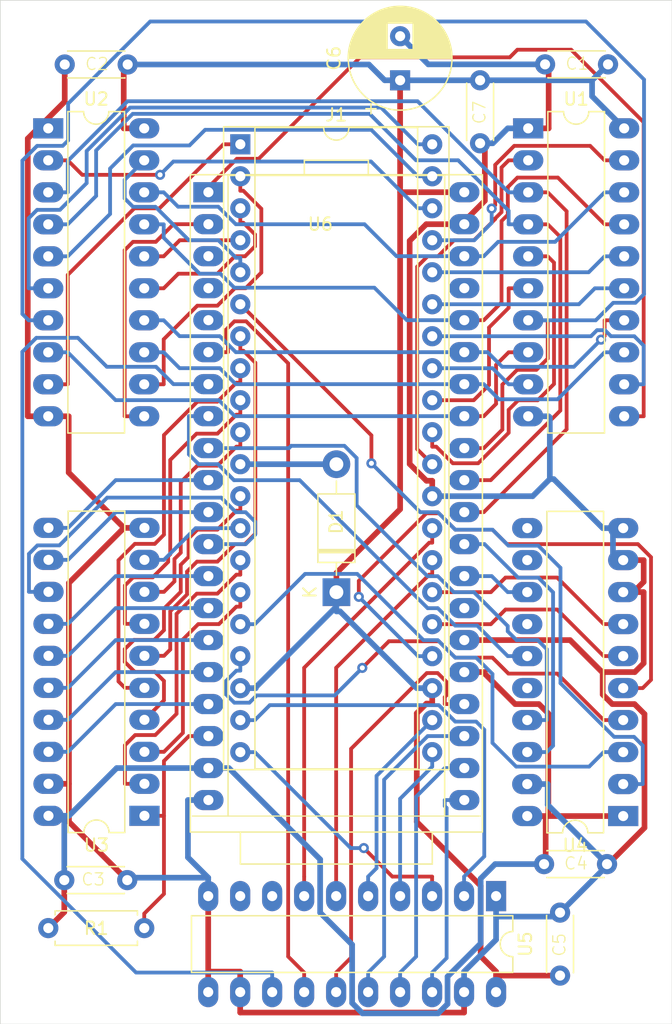
<source format=kicad_pcb>
(kicad_pcb (version 20211014) (generator pcbnew)
  (title_block (title "MSX-IDE 2021") (date "2021-08-05") (company "MSXmakers"))
  (layers (0 "F.Cu" signal "Top") (31 "B.Cu" signal "Bottom") (34 "B.Paste" user) (35 "F.Paste" user) (36 "B.SilkS" user "B.Silkscreen") (37 "F.SilkS" user "F.Silkscreen") (38 "B.Mask" user) (39 "F.Mask" user) (44 "Edge.Cuts" user))
  (net 0 "")
  (net 1 "VCC_3V3")
  (net 2 "GND")
  (net 3 "VCC")
  (net 4 "NMI")
  (net 5 "BUSRQ")
  (net 6 "MP0_33")
  (net 7 "A0")
  (net 8 "MP1_33")
  (net 9 "MP2_33")
  (net 10 "MP3_33")
  (net 11 "MERQ")
  (net 12 "IORQ")
  (net 13 "RD")
  (net 14 "WR")
  (net 15 "RESET")
  (net 16 "CLOCK")
  (net 17 "D0")
  (net 18 "D1")
  (net 19 "D2")
  (net 20 "D3")
  (net 21 "D4")
  (net 22 "D5")
  (net 23 "D6")
  (net 24 "D7")
  (net 25 "A1")
  (net 26 "A2")
  (net 27 "A3")
  (net 28 "A4")
  (net 29 "A5")
  (net 30 "A6")
  (net 31 "A7")
  (net 32 "A9")
  (net 33 "A15")
  (net 34 "A11")
  (net 35 "A10")
  (net 36 "A12")
  (net 37 "A8")
  (net 38 "A14")
  (net 39 "A13")
  (net 40 "DATADIR_33")
  (net 41 "M1")
  (net 42 "RFSH")
  (net 43 "MSEL0_33")
  (net 44 "MP4_33")
  (net 45 "MP5_33")
  (net 46 "MP6_33")
  (net 47 "WAIT")
  (net 48 "INT")
  (net 49 "MP7_33")
  (net 50 "VCC_4V7")
  (net 51 "MSEL1_33")
  (net 54 "WAIT_33")
  (net 56 "INT_33")
  (net 59 "RFSH_33")
  (net 60 "M1_33")
  (net 64 "CLOCK_33")
  (net 65 "RESET_33")
  (net 66 "WR_33")
  (net 67 "RD_33")
  (net 68 "IORQ_33")
  (net 69 "MERQ_33")
  (net 71 "D7_33")
  (net 72 "D6_33")
  (net 73 "D5_33")
  (net 74 "D4_33")
  (net 75 "D3_33")
  (net 76 "D2_33")
  (net 77 "D1_33")
  (net 78 "D0_33")
  (footprint "Package_DIP:DIP-20_W7.62mm_LongPads" (layer "F.Cu") (at 162.57 74.935)
    (fp_text reference "U1")
    (fp_text value "74AHCT373")
  )
  (footprint "Mis_huellas:Tang_Nano_20k" (layer "F.Cu") (at 137.175 80.005)
    (fp_text reference "U6")
    (fp_text value "Tang_Nano_20k")
  )
  (footprint "Package_DIP:DIP-20_W7.62mm_LongPads" (layer "F.Cu") (at 160.02 135.89 -90)
    (fp_text reference "U5")
    (fp_text value "SN74LVC245AN")
  )
  (footprint "Package_DIP:DIP-20_W7.62mm_LongPads" (layer "F.Cu") (at 132.095 129.515 180)
    (fp_text reference "U3")
    (fp_text value "SN74LVC245AN")
  )
  (footprint "Mis_huellas:C_Disc_D4.3mm_W1.9mm_P5.00mm" (layer "F.Cu") (at 163.83 133.35)
    (fp_text reference "C4")
    (fp_text value "100n" hide)
  )
  (footprint "Package_DIP:DIP-20_W7.62mm_LongPads" (layer "F.Cu") (at 170.115 129.535 180)
    (fp_text reference "U4")
    (fp_text value "SN74LVC245AN")
  )
  (footprint "Mis_huellas:C_Disc_D4.3mm_W1.9mm_P5.00mm" (layer "F.Cu") (at 158.75 71.12 -90)
    (fp_text reference "C7")
    (fp_text value "100n" hide)
  )
  (footprint "Mis_huellas:C_Disc_D4.3mm_W1.9mm_P5.00mm" (layer "F.Cu") (at 165.1 142.2 90)
    (fp_text reference "C5")
    (fp_text value "100n" hide)
  )
  (footprint "Capacitor_THT:CP_Radial_D8.0mm_P3.50mm" (layer "F.Cu") (at 152.4 71.12 90)
    (fp_text reference "C6")
    (fp_text value "100u")
  )
  (footprint "Mis_huellas:C_Disc_D4.3mm_W1.9mm_P5.00mm" (layer "F.Cu") (at 125.73 134.62)
    (fp_text reference "C3")
    (fp_text value "100n" hide)
  )
  (footprint "Package_DIP:DIP-40_W15.24mm_Socket" (layer "F.Cu") (at 139.71 76.2)
    (fp_text reference "J1")
    (fp_text value "Z80CPU")
  )
  (footprint "Mis_huellas:C_Disc_D4.3mm_W1.9mm_P5.00mm" (layer "F.Cu") (at 168.91 69.855 180)
    (fp_text reference "C1")
    (fp_text value "100n" hide)
  )
  (footprint "Mis_huellas:C_Disc_D4.3mm_W1.9mm_P5.00mm" (layer "F.Cu") (at 130.765 69.865 180)
    (fp_text reference "C2")
    (fp_text value "100n" hide)
  )
  (footprint "Diode_THT:D_DO-41_SOD81_P10.16mm_Horizontal" (layer "F.Cu") (at 147.34 111.76 90)
    (fp_text reference "D1")
    (fp_text value "1N5817")
  )
  (footprint "Package_DIP:DIP-20_W7.62mm_LongPads" (layer "F.Cu") (at 124.455 74.935)
    (fp_text reference "U2")
    (fp_text value "74AHCT373")
  )
  (footprint "Resistor_THT:R_Axial_DIN0207_L6.3mm_D2.5mm_P7.62mm_Horizontal" (layer "F.Cu") (at 124.46 138.43)
    (fp_text reference "R1")
    (fp_text value "10k")
  )
  (gr_rect (start 120.65 64.77) (end 173.99 146.05) (layer "Edge.Cuts") (width 0.05) (fill none))
  (segment (start 163.9576 133.2224) (end 163.9576 129.535) (width 0.45) (layer "F.Cu") (net 1))
  (segment (start 163.4226 120.645) (end 161.5332 120.645) (width 0.45) (layer "F.Cu") (net 1))
  (segment (start 170.115 129.535) (end 168.4899 129.535) (width 0.45) (layer "F.Cu") (net 1))
  (segment (start 161.5332 120.645) (end 159.1201 118.2319) (width 0.45) (layer "F.Cu") (net 1))
  (segment (start 164.1701 121.3925) (end 163.4226 120.645) (width 0.45) (layer "F.Cu") (net 1))
  (segment (start 163.83 133.35) (end 163.9576 133.2224) (width 0.45) (layer "F.Cu") (net 1))
  (segment (start 159.1201 118.2319) (end 159.1201 118.105) (width 0.45) (layer "F.Cu") (net 1))
  (segment (start 157.495 118.105) (end 159.1201 118.105) (width 0.45) (layer "F.Cu") (net 1))
  (segment (start 162.495 129.535) (end 163.9576 129.535) (width 0.45) (layer "F.Cu") (net 1))
  (segment (start 164.1701 129.535) (end 168.4899 129.535) (width 0.45) (layer "F.Cu") (net 1))
  (segment (start 163.9576 129.535) (end 164.1701 129.535) (width 0.45) (layer "F.Cu") (net 1))
  (segment (start 125.73 137.16) (end 124.46 138.43) (width 0.45) (layer "F.Cu") (net 1))
  (segment (start 125.73 134.62) (end 125.73 137.16) (width 0.45) (layer "F.Cu") (net 1))
  (segment (start 164.1701 129.535) (end 164.1701 121.3925) (width 0.45) (layer "F.Cu") (net 1))
  (segment (start 138.8001 125.725) (end 146.0499 132.9748) (width 0.45) (layer "B.Cu") (net 1))
  (segment (start 124.475 129.515) (end 125.73 129.515) (width 0.45) (layer "B.Cu") (net 1))
  (segment (start 158.7948 139.6506) (end 158.7948 134.5004) (width 0.45) (layer "B.Cu") (net 1))
  (segment (start 146.0499 137.2047) (end 148.59 139.7448) (width 0.45) (layer "B.Cu") (net 1))
  (segment (start 159.9451 133.3501) (end 163.83 133.3501) (width 0.45) (layer "B.Cu") (net 1))
  (segment (start 125.73 134.62) (end 125.73 129.515) (width 0.45) (layer "B.Cu") (net 1))
  (segment (start 163.83 133.3501) (end 163.83 133.35) (width 0.45) (layer "B.Cu") (net 1))
  (segment (start 158.7948 134.5004) (end 159.9451 133.3501) (width 0.45) (layer "B.Cu") (net 1))
  (segment (start 149.4136 145.2008) (end 155.4196 145.2008) (width 0.45) (layer "B.Cu") (net 1))
  (segment (start 156.1652 144.4552) (end 156.1652 142.2802) (width 0.45) (layer "B.Cu") (net 1))
  (segment (start 126.1001 129.515) (end 129.8901 125.725) (width 0.45) (layer "B.Cu") (net 1))
  (segment (start 146.0499 132.9748) (end 146.0499 137.2047) (width 0.45) (layer "B.Cu") (net 1))
  (segment (start 129.8901 125.725) (end 137.175 125.725) (width 0.45) (layer "B.Cu") (net 1))
  (segment (start 125.73 129.515) (end 126.1001 129.515) (width 0.45) (layer "B.Cu") (net 1))
  (segment (start 137.175 125.725) (end 138.8001 125.725) (width 0.45) (layer "B.Cu") (net 1))
  (segment (start 148.59 144.3772) (end 149.4136 145.2008) (width 0.45) (layer "B.Cu") (net 1))
  (segment (start 155.4196 145.2008) (end 156.1652 144.4552) (width 0.45) (layer "B.Cu") (net 1))
  (segment (start 156.1652 142.2802) (end 158.7948 139.6506) (width 0.45) (layer "B.Cu") (net 1))
  (segment (start 148.59 139.7448) (end 148.59 144.3772) (width 0.45) (layer "B.Cu") (net 1))
  (segment (start 125.765 72.8125) (end 123.6425 74.935) (width 0.45) (layer "F.Cu") (net 2))
  (segment (start 168.5285 118.105) (end 171.0377 118.105) (width 0.45) (layer "F.Cu") (net 2))
  (segment (start 154.95 104.14) (end 154.95 102.9149) (width 0.45) (layer "F.Cu") (net 2))
  (segment (start 157.495 115.565) (end 159.1201 115.565) (width 0.45) (layer "F.Cu") (net 2))
  (segment (start 171.0377 118.105) (end 171.7401 117.4026) (width 0.45) (layer "F.Cu") (net 2))
  (segment (start 126.0801 97.795) (end 126.0801 102.2652) (width 0.45) (layer "F.Cu") (net 2))
  (segment (start 132.095 106.655) (end 130.4699 106.655) (width 0.45) (layer "F.Cu") (net 2))
  (segment (start 159.1269 80.6826) (end 157.495 82.3145) (width 0.45) (layer "F.Cu") (net 2))
  (segment (start 154.4748 82.545) (end 157.495 82.545) (width 0.45) (layer "F.Cu") (net 2))
  (segment (start 159.1269 76.4969) (end 159.1269 80.6826) (width 0.45) (layer "F.Cu") (net 2))
  (segment (start 125.9376 126.975) (end 126.1001 126.975) (width 0.45) (layer "F.Cu") (net 2))
  (segment (start 126.1001 129.9901) (end 130.73 134.62) (width 0.45) (layer "F.Cu") (net 2))
  (segment (start 126.1001 126.975) (end 126.1001 111.0248) (width 0.45) (layer "F.Cu") (net 2))
  (segment (start 162.57 74.935) (end 164.1951 74.935) (width 0.45) (layer "F.Cu") (net 2))
  (segment (start 164.1951 70.1401) (end 164.1951 74.935) (width 0.45) (layer "F.Cu") (net 2))
  (segment (start 171.7401 110.9425) (end 171.7401 109.215) (width 0.45) (layer "F.Cu") (net 2))
  (segment (start 124.455 97.795) (end 126.0801 97.795) (width 0.45) (layer "F.Cu") (net 2))
  (segment (start 169.2482 120.645) (end 168.4835 119.8803) (width 0.45) (layer "F.Cu") (net 2))
  (segment (start 137.16 141.8849) (end 139.7 141.8849) (width 0.45) (layer "F.Cu") (net 2))
  (segment (start 171.7401 117.4026) (end 171.7401 111.755) (width 0.45) (layer "F.Cu") (net 2))
  (segment (start 122.8299 75.7476) (end 122.8299 97.795) (width 0.45) (layer "F.Cu") (net 2))
  (segment (start 158.75 76.12) (end 159.1269 76.4969) (width 0.45) (layer "F.Cu") (net 2))
  (segment (start 168.4835 118.15) (end 168.5285 118.105) (width 0.45) (layer "F.Cu") (net 2))
  (segment (start 126.1001 126.975) (end 126.1001 129.9901) (width 0.45) (layer "F.Cu") (net 2))
  (segment (start 124.475 126.975) (end 125.9376 126.975) (width 0.45) (layer "F.Cu") (net 2))
  (segment (start 137.16 143.51) (end 137.16 141.8849) (width 0.45) (layer "F.Cu") (net 2))
  (segment (start 163.91 69.855) (end 164.1951 70.1401) (width 0.45) (layer "F.Cu") (net 2))
  (segment (start 125.765 69.865) (end 125.765 72.8125) (width 0.45) (layer "F.Cu") (net 2))
  (segment (start 157.495 82.3145) (end 157.495 82.545) (width 0.45) (layer "F.Cu") (net 2))
  (segment (start 168.9211 133.35) (end 171.8071 130.464) (width 0.45) (layer "F.Cu") (net 2))
  (segment (start 170.115 109.215) (end 171.7401 109.215) (width 0.45) (layer "F.Cu") (net 2))
  (segment (start 157.48 145.1351) (end 139.7 145.1351) (width 0.45) (layer "F.Cu") (net 2))
  (segment (start 168.4835 118.15) (end 165.8985 115.565) (width 0.45) (layer "F.Cu") (net 2))
  (segment (start 153.1576 101.5819) (end 153.1576 83.8622) (width 0.45) (layer "F.Cu") (net 2))
  (segment (start 154.95 102.9149) (end 154.4906 102.9149) (width 0.45) (layer "F.Cu") (net 2))
  (segment (start 126.1001 111.0248) (end 130.4699 106.655) (width 0.45) (layer "F.Cu") (net 2))
  (segment (start 168.4835 119.8803) (end 168.4835 118.15) (width 0.45) (layer "F.Cu") (net 2))
  (segment (start 171.8071 130.464) (end 171.8071 121.4357) (width 0.45) (layer "F.Cu") (net 2))
  (segment (start 165.8985 115.565) (end 159.1201 115.565) (width 0.45) (layer "F.Cu") (net 2))
  (segment (start 168.83 133.35) (end 168.9211 133.35) (width 0.45) (layer "F.Cu") (net 2))
  (segment (start 171.0164 120.645) (end 169.2482 120.645) (width 0.45) (layer "F.Cu") (net 2))
  (segment (start 139.7 143.51) (end 139.7 145.1351) (width 0.45) (layer "F.Cu") (net 2))
  (segment (start 153.1576 83.8622) (end 154.4748 82.545) (width 0.45) (layer "F.Cu") (net 2))
  (segment (start 157.48 143.51) (end 157.48 145.1351) (width 0.45) (layer "F.Cu") (net 2))
  (segment (start 124.455 97.795) (end 122.8299 97.795) (width 0.45) (layer "F.Cu") (net 2))
  (segment (start 139.7 143.51) (end 139.7 141.8849) (width 0.45) (layer "F.Cu") (net 2))
  (segment (start 123.6425 74.935) (end 122.8299 75.7476) (width 0.45) (layer "F.Cu") (net 2))
  (segment (start 170.115 111.755) (end 170.9276 111.755) (width 0.45) (layer "F.Cu") (net 2))
  (segment (start 137.16 141.8849) (end 137.16 135.89) (width 0.45) (layer "F.Cu") (net 2))
  (segment (start 170.9276 111.755) (end 171.7401 110.9425) (width 0.45) (layer "F.Cu") (net 2))
  (segment (start 126.0801 102.2652) (end 130.4699 106.655) (width 0.45) (layer "F.Cu") (net 2))
  (segment (start 170.9276 111.755) (end 171.7401 111.755) (width 0.45) (layer "F.Cu") (net 2))
  (segment (start 171.8071 121.4357) (end 171.0164 120.645) (width 0.45) (layer "F.Cu") (net 2))
  (segment (start 154.4906 102.9149) (end 153.1576 101.5819) (width 0.45) (layer "F.Cu") (net 2))
  (segment (start 124.455 74.935) (end 123.6425 74.935) (width 0.45) (layer "F.Cu") (net 2))
  (segment (start 157.48 143.51) (end 157.48 141.8849) (width 0.45) (layer "B.Cu") (net 2))
  (segment (start 160.02 135.89) (end 160.02 137.5151) (width 0.45) (layer "B.Cu") (net 2))
  (segment (start 164.2879 102.7798) (end 162.9277 104.14) (width 0.45) (layer "B.Cu") (net 2))
  (segment (start 162.9277 104.14) (end 154.95 104.14) (width 0.45) (layer "B.Cu") (net 2))
  (segment (start 130.73 134.62) (end 130.9226 134.4274) (width 0.45) (layer "B.Cu") (net 2))
  (segment (start 162.57 74.935) (end 160.9449 74.935) (width 0.45) (layer "B.Cu") (net 2))
  (segment (start 160.02 137.5151) (end 164.7849 137.5151) (width 0.45) (layer "B.Cu") (net 2))
  (segment (start 137.16 135.89) (end 137.16 134.4274) (width 0.45) (layer "B.Cu") (net 2))
  (segment (start 168.83 133.47) (end 168.83 133.35) (width 0.45) (layer "B.Cu") (net 2))
  (segment (start 159.7599 76.12) (end 160.9449 74.935) (width 0.45) (layer "B.Cu") (net 2))
  (segment (start 163.91 69.855) (end 154.635 69.855) (width 0.45) (layer "B.Cu") (net 2))
  (segment (start 130.9226 134.4274) (end 137.16 134.4274) (width 0.45) (layer "B.Cu") (net 2))
  (segment (start 164.7849 137.5151) (end 165.1 137.2) (width 0.45) (layer "B.Cu") (net 2))
  (segment (start 154.635 69.855) (end 152.4 67.62) (width 0.45) (layer "B.Cu") (net 2))
  (segment (start 162.495 126.995) (end 164.1201 126.995) (width 0.45) (layer "B.Cu") (net 2))
  (segment (start 168.83 133.35) (end 164.1201 128.6401) (width 0.45) (layer "B.Cu") (net 2))
  (segment (start 169.3025 106.675) (end 168.4899 106.675) (width 0.45) (layer "B.Cu") (net 2))
  (segment (start 135.5499 132.8173) (end 135.5499 128.265) (width 0.45) (layer "B.Cu") (net 2))
  (segment (start 158.75 76.12) (end 159.7599 76.12) (width 0.45) (layer "B.Cu") (net 2))
  (segment (start 164.1201 128.6401) (end 164.1201 126.995) (width 0.45) (layer "B.Cu") (net 2))
  (segment (start 137.16 134.4274) (end 135.5499 132.8173) (width 0.45) (layer "B.Cu") (net 2))
  (segment (start 170.115 109.215) (end 169.3025 109.215) (width 0.45) (layer "B.Cu") (net 2))
  (segment (start 170.115 106.675) (end 169.3025 106.675) (width 0.45) (layer "B.Cu") (net 2))
  (segment (start 162.57 97.795) (end 164.1951 97.795) (width 0.45) (layer "B.Cu") (net 2))
  (segment (start 164.2879 102.7798) (end 164.5947 102.7798) (width 0.45) (layer "B.Cu") (net 2))
  (segment (start 164.5947 102.7798) (end 168.4899 106.675) (width 0.45) (layer "B.Cu") (net 2))
  (segment (start 164.1951 97.795) (end 164.2879 97.8878) (width 0.45) (layer "B.Cu") (net 2))
  (segment (start 160.02 139.3449) (end 160.02 137.5151) (width 0.45) (layer "B.Cu") (net 2))
  (segment (start 164.2879 97.8878) (end 164.2879 102.7798) (width 0.45) (layer "B.Cu") (net 2))
  (segment (start 169.3025 106.675) (end 169.3025 109.215) (width 0.45) (layer "B.Cu") (net 2))
  (segment (start 157.48 141.8849) (end 160.02 139.3449) (width 0.45) (layer "B.Cu") (net 2))
  (segment (start 137.175 128.265) (end 135.5499 128.265) (width 0.45) (layer "B.Cu") (net 2))
  (segment (start 165.1 137.2) (end 168.83 133.47) (width 0.45) (layer "B.Cu") (net 2))
  (segment (start 147.34 101.6) (end 139.71 101.6) (width 0.45) (layer "B.Cu") (net 3))
  (segment (start 156.7749 116.9548) (end 155.4766 115.6565) (width 0.3) (layer "F.Cu") (net 4))
  (segment (start 151.5101 115.6565) (end 149.3955 117.7711) (width 0.3) (layer "F.Cu") (net 4))
  (segment (start 161.0014 118.2248) (end 159.7314 116.9548) (width 0.3) (layer "F.Cu") (net 4))
  (segment (start 159.7314 116.9548) (end 156.7749 116.9548) (width 0.3) (layer "F.Cu") (net 4))
  (segment (start 170.115 121.915) (end 168.5649 121.915) (width 0.3) (layer "F.Cu") (net 4))
  (segment (start 155.4766 115.6565) (end 151.5101 115.6565) (width 0.3) (layer "F.Cu") (net 4))
  (segment (start 168.5649 121.915) (end 164.8747 118.2248) (width 0.3) (layer "F.Cu") (net 4))
  (segment (start 164.8747 118.2248) (end 161.0014 118.2248) (width 0.3) (layer "F.Cu") (net 4))
  (via (at 149.3955 117.7711) (size 0.8) (drill 0.4) (layers "F.Cu" "B.Cu") (net 4))
  (segment (start 139.2317 120.5325) (end 138.5413 119.8421) (width 0.3) (layer "B.Cu") (net 4))
  (segment (start 138.5413 119.8421) (end 138.5413 118.8437) (width 0.3) (layer "B.Cu") (net 4))
  (segment (start 139.71 116.84) (end 139.71 117.9901) (width 0.3) (layer "B.Cu") (net 4))
  (segment (start 138.5413 118.8437) (end 139.3949 117.9901) (width 0.3) (layer "B.Cu") (net 4))
  (segment (start 139.3949 117.9901) (end 139.71 117.9901) (width 0.3) (layer "B.Cu") (net 4))
  (segment (start 140.4326 120.5325) (end 139.2317 120.5325) (width 0.3) (layer "B.Cu") (net 4))
  (segment (start 141.0099 119.9552) (end 140.4326 120.5325) (width 0.3) (layer "B.Cu") (net 4))
  (segment (start 149.3955 117.7711) (end 147.2114 119.9552) (width 0.3) (layer "B.Cu") (net 4))
  (segment (start 147.2114 119.9552) (end 141.0099 119.9552) (width 0.3) (layer "B.Cu") (net 4))
  (segment (start 170.115 116.835) (end 168.5649 116.835) (width 0.3) (layer "F.Cu") (net 5))
  (segment (start 164.8674 113.1375) (end 160.7691 113.1375) (width 0.3) (layer "F.Cu") (net 5))
  (segment (start 168.5649 116.835) (end 164.8674 113.1375) (width 0.3) (layer "F.Cu") (net 5))
  (segment (start 159.6066 114.3) (end 154.95 114.3) (width 0.3) (layer "F.Cu") (net 5))
  (segment (start 160.7691 113.1375) (end 159.6066 114.3) (width 0.3) (layer "F.Cu") (net 5))
  (segment (start 164.1201 80.015) (end 165.6205 81.5154) (width 0.3) (layer "F.Cu") (net 6))
  (segment (start 162.57 80.015) (end 164.1201 80.015) (width 0.3) (layer "F.Cu") (net 6))
  (segment (start 165.6205 98.8296) (end 159.0451 105.405) (width 0.3) (layer "F.Cu") (net 6))
  (segment (start 157.495 105.405) (end 159.0451 105.405) (width 0.3) (layer "F.Cu") (net 6))
  (segment (start 165.6205 81.5154) (end 165.6205 98.8296) (width 0.3) (layer "F.Cu") (net 6))
  (segment (start 130.7485 72.7839) (end 126.0051 77.5273) (width 0.3) (layer "B.Cu") (net 6))
  (segment (start 162.57 80.015) (end 161.0187 80.015) (width 0.3) (layer "B.Cu") (net 6))
  (segment (start 126.0051 77.5273) (end 126.0051 80.015) (width 0.3) (layer "B.Cu") (net 6))
  (segment (start 153.7876 72.7839) (end 130.7485 72.7839) (width 0.3) (layer "B.Cu") (net 6))
  (segment (start 161.0187 80.015) (end 153.7876 72.7839) (width 0.3) (layer "B.Cu") (net 6))
  (segment (start 124.455 80.015) (end 126.0051 80.015) (width 0.3) (layer "B.Cu") (net 6))
  (segment (start 160.4519 81.5852) (end 160.4519 78.043) (width 0.3) (layer "F.Cu") (net 7))
  (segment (start 154.5827 85.09) (end 155.4129 85.09) (width 0.3) (layer "F.Cu") (net 7))
  (segment (start 162.57 77.475) (end 161.0199 77.475) (width 0.3) (layer "F.Cu") (net 7))
  (segment (start 154.95 101.6) (end 153.7526 100.4026) (width 0.3) (layer "F.Cu") (net 7))
  (segment (start 156.6829 83.82) (end 158.2658 83.82) (width 0.3) (layer "F.Cu") (net 7))
  (segment (start 155.4129 85.09) (end 156.6829 83.82) (width 0.3) (layer "F.Cu") (net 7))
  (segment (start 153.7526 85.9201) (end 154.5827 85.09) (width 0.3) (layer "F.Cu") (net 7))
  (segment (start 159.9518 82.134) (end 159.9518 82.0853) (width 0.3) (layer "F.Cu") (net 7))
  (segment (start 159.9518 82.0853) (end 160.4519 81.5852) (width 0.3) (layer "F.Cu") (net 7))
  (segment (start 153.7526 100.4026) (end 153.7526 85.9201) (width 0.3) (layer "F.Cu") (net 7))
  (segment (start 160.4519 78.043) (end 161.0199 77.475) (width 0.3) (layer "F.Cu") (net 7))
  (segment (start 158.2658 83.82) (end 159.9518 82.134) (width 0.3) (layer "F.Cu") (net 7))
  (segment (start 159.5976 102.865) (end 159.0451 102.865) (width 0.3) (layer "F.Cu") (net 8))
  (segment (start 165.1204 97.3422) (end 159.5976 102.865) (width 0.3) (layer "F.Cu") (net 8))
  (segment (start 162.57 82.555) (end 164.1201 82.555) (width 0.3) (layer "F.Cu") (net 8))
  (segment (start 165.1204 83.5553) (end 165.1204 97.3422) (width 0.3) (layer "F.Cu") (net 8))
  (segment (start 157.495 102.865) (end 159.0451 102.865) (width 0.3) (layer "F.Cu") (net 8))
  (segment (start 164.1201 82.555) (end 165.1204 83.5553) (width 0.3) (layer "F.Cu") (net 8))
  (segment (start 149.9794 73.7842) (end 153.6652 77.47) (width 0.3) (layer "B.Cu") (net 8))
  (segment (start 126.0051 82.555) (end 128.2598 80.3003) (width 0.3) (layer "B.Cu") (net 8))
  (segment (start 157.0107 77.47) (end 161.0199 81.4792) (width 0.3) (layer "B.Cu") (net 8))
  (segment (start 161.0199 81.4792) (end 161.0199 82.555) (width 0.3) (layer "B.Cu") (net 8))
  (segment (start 131.1628 73.7842) (end 149.9794 73.7842) (width 0.3) (layer "B.Cu") (net 8))
  (segment (start 153.6652 77.47) (end 157.0107 77.47) (width 0.3) (layer "B.Cu") (net 8))
  (segment (start 124.455 82.555) (end 126.0051 82.555) (width 0.3) (layer "B.Cu") (net 8))
  (segment (start 128.2598 76.6872) (end 131.1628 73.7842) (width 0.3) (layer "B.Cu") (net 8))
  (segment (start 128.2598 80.3003) (end 128.2598 76.6872) (width 0.3) (layer "B.Cu") (net 8))
  (segment (start 162.57 82.555) (end 161.0199 82.555) (width 0.3) (layer "B.Cu") (net 8))
  (segment (start 161.6936 94.1049) (end 160.5198 95.2787) (width 0.3) (layer "F.Cu") (net 9))
  (segment (start 160.5198 95.2787) (end 160.5198 98.8503) (width 0.3) (layer "F.Cu") (net 9))
  (segment (start 160.5198 98.8503) (end 159.0451 100.325) (width 0.3) (layer "F.Cu") (net 9))
  (segment (start 163.2275 94.1049) (end 161.6936 94.1049) (width 0.3) (layer "F.Cu") (net 9))
  (segment (start 162.57 90.175) (end 164.1201 90.175) (width 0.3) (layer "F.Cu") (net 9))
  (segment (start 157.495 100.325) (end 159.0451 100.325) (width 0.3) (layer "F.Cu") (net 9))
  (segment (start 164.1201 90.175) (end 164.1201 93.2123) (width 0.3) (layer "F.Cu") (net 9))
  (segment (start 164.1201 93.2123) (end 163.2275 94.1049) (width 0.3) (layer "F.Cu") (net 9))
  (segment (start 122.4048 77.4929) (end 122.4048 89.6749) (width 0.3) (layer "B.Cu") (net 9))
  (segment (start 126.0331 72.9704) (end 126.0331 75.8969) (width 0.3) (layer "B.Cu") (net 9))
  (segment (start 125.6052 76.3248) (end 123.5729 76.3248) (width 0.3) (layer "B.Cu") (net 9))
  (segment (start 167.162 66.4519) (end 132.5516 66.4519) (width 0.3) (layer "B.Cu") (net 9))
  (segment (start 171.7696 88.1013) (end 171.7696 71.0595) (width 0.3) (layer "B.Cu") (net 9))
  (segment (start 171.7696 71.0595) (end 167.162 66.4519) (width 0.3) (layer "B.Cu") (net 9))
  (segment (start 171.0857 88.7852) (end 171.7696 88.1013) (width 0.3) (layer "B.Cu") (net 9))
  (segment (start 132.5516 66.4519) (end 126.0331 72.9704) (width 0.3) (layer "B.Cu") (net 9))
  (segment (start 167.9325 90.175) (end 169.3223 88.7852) (width 0.3) (layer "B.Cu") (net 9))
  (segment (start 126.0331 75.8969) (end 125.6052 76.3248) (width 0.3) (layer "B.Cu") (net 9))
  (segment (start 162.57 90.175) (end 167.9325 90.175) (width 0.3) (layer "B.Cu") (net 9))
  (segment (start 122.4048 89.6749) (end 122.9049 90.175) (width 0.3) (layer "B.Cu") (net 9))
  (segment (start 169.3223 88.7852) (end 171.0857 88.7852) (width 0.3) (layer "B.Cu") (net 9))
  (segment (start 124.455 90.175) (end 122.9049 90.175) (width 0.3) (layer "B.Cu") (net 9))
  (segment (start 123.5729 76.3248) (end 122.4048 77.4929) (width 0.3) (layer "B.Cu") (net 9))
  (segment (start 161.0199 92.715) (end 160.0197 93.7152) (width 0.3) (layer "F.Cu") (net 10))
  (segment (start 160.0197 96.8104) (end 159.0451 97.785) (width 0.3) (layer "F.Cu") (net 10))
  (segment (start 160.0197 93.7152) (end 160.0197 96.8104) (width 0.3) (layer "F.Cu") (net 10))
  (segment (start 157.495 97.785) (end 159.0451 97.785) (width 0.3) (layer "F.Cu") (net 10))
  (segment (start 162.57 92.715) (end 161.0199 92.715) (width 0.3) (layer "F.Cu") (net 10))
  (segment (start 129.8051 96.515) (end 138.0011 96.515) (width 0.3) (layer "B.Cu") (net 10))
  (segment (start 138.0011 96.515) (end 139.2711 97.785) (width 0.3) (layer "B.Cu") (net 10))
  (segment (start 126.0051 92.715) (end 129.8051 96.515) (width 0.3) (layer "B.Cu") (net 10))
  (segment (start 139.2711 97.785) (end 157.495 97.785) (width 0.3) (layer "B.Cu") (net 10))
  (segment (start 124.455 92.715) (end 126.0051 92.715) (width 0.3) (layer "B.Cu") (net 10))
  (segment (start 159.0834 122.6808) (end 158.4374 122.0348) (width 0.3) (layer "B.Cu") (net 11))
  (segment (start 155.4695 120.7294) (end 142.0507 120.7294) (width 0.3) (layer "B.Cu") (net 11))
  (segment (start 142.0507 120.7294) (end 140.8601 121.92) (width 0.3) (layer "B.Cu") (net 11))
  (segment (start 158.4374 122.0348) (end 156.7749 122.0348) (width 0.3) (layer "B.Cu") (net 11))
  (segment (start 157.48 134.3399) (end 159.0834 132.7365) (width 0.3) (layer "B.Cu") (net 11))
  (segment (start 156.7749 122.0348) (end 155.4695 120.7294) (width 0.3) (layer "B.Cu") (net 11))
  (segment (start 159.0834 132.7365) (end 159.0834 122.6808) (width 0.3) (layer "B.Cu") (net 11))
  (segment (start 139.71 121.92) (end 140.8601 121.92) (width 0.3) (layer "B.Cu") (net 11))
  (segment (start 157.48 135.89) (end 157.48 134.3399) (width 0.3) (layer "B.Cu") (net 11))
  (segment (start 151.7804 134.3399) (end 149.5168 132.0763) (width 0.3) (layer "F.Cu") (net 12))
  (segment (start 154.94 135.89) (end 154.94 134.3399) (width 0.3) (layer "F.Cu") (net 12))
  (segment (start 154.94 134.3399) (end 151.7804 134.3399) (width 0.3) (layer "F.Cu") (net 12))
  (via (at 149.5168 132.0763) (size 0.8) (drill 0.4) (layers "F.Cu" "B.Cu") (net 12))
  (segment (start 139.71 124.46) (end 140.8601 124.46) (width 0.3) (layer "B.Cu") (net 12))
  (segment (start 148.4764 132.0763) (end 140.8601 124.46) (width 0.3) (layer "B.Cu") (net 12))
  (segment (start 149.5168 132.0763) (end 148.4764 132.0763) (width 0.3) (layer "B.Cu") (net 12))
  (segment (start 152.4 134.3399) (end 152.4 128.1601) (width 0.3) (layer "B.Cu") (net 13))
  (segment (start 152.4 135.89) (end 152.4 134.3399) (width 0.3) (layer "B.Cu") (net 13))
  (segment (start 152.4 128.1601) (end 154.95 125.6101) (width 0.3) (layer "B.Cu") (net 13))
  (segment (start 154.95 124.46) (end 154.95 125.6101) (width 0.3) (layer "B.Cu") (net 13))
  (segment (start 150.5272 133.6727) (end 150.5272 126.3428) (width 0.3) (layer "B.Cu") (net 14))
  (segment (start 149.86 134.3399) (end 150.5272 133.6727) (width 0.3) (layer "B.Cu") (net 14))
  (segment (start 150.5272 126.3428) (end 154.95 121.92) (width 0.3) (layer "B.Cu") (net 14))
  (segment (start 149.86 135.89) (end 149.86 134.3399) (width 0.3) (layer "B.Cu") (net 14))
  (segment (start 164.8674 110.5975) (end 160.7691 110.5975) (width 0.3) (layer "F.Cu") (net 15))
  (segment (start 168.5649 114.295) (end 164.8674 110.5975) (width 0.3) (layer "F.Cu") (net 15))
  (segment (start 170.115 114.295) (end 168.5649 114.295) (width 0.3) (layer "F.Cu") (net 15))
  (segment (start 159.6066 111.76) (end 154.95 111.76) (width 0.3) (layer "F.Cu") (net 15))
  (segment (start 160.7691 110.5975) (end 159.6066 111.76) (width 0.3) (layer "F.Cu") (net 15))
  (segment (start 150.1204 101.53) (end 150.1204 99.3104) (width 0.3) (layer "F.Cu") (net 16))
  (segment (start 150.1204 99.3104) (end 139.71 88.9) (width 0.3) (layer "F.Cu") (net 16))
  (via (at 150.1204 101.53) (size 0.8) (drill 0.4) (layers "F.Cu" "B.Cu") (net 16))
  (segment (start 170.9761 123.2464) (end 169.3936 123.2464) (width 0.3) (layer "B.Cu") (net 16))
  (segment (start 165.1346 118.9874) (end 165.1346 109.8278) (width 0.3) (layer "B.Cu") (net 16))
  (segment (start 154.0004 105.41) (end 150.1204 101.53) (width 0.3) (layer "B.Cu") (net 16))
  (segment (start 165.1346 109.8278) (end 163.3716 108.0648) (width 0.3) (layer "B.Cu") (net 16))
  (segment (start 170.115 126.995) (end 171.6651 126.995) (width 0.3) (layer "B.Cu") (net 16))
  (segment (start 169.3936 123.2464) (end 165.1346 118.9874) (width 0.3) (layer "B.Cu") (net 16))
  (segment (start 163.3716 108.0648) (end 161.0014 108.0648) (width 0.3) (layer "B.Cu") (net 16))
  (segment (start 156.7749 106.7948) (end 155.3901 105.41) (width 0.3) (layer "B.Cu") (net 16))
  (segment (start 171.6651 123.9354) (end 170.9761 123.2464) (width 0.3) (layer "B.Cu") (net 16))
  (segment (start 161.0014 108.0648) (end 159.7314 106.7948) (width 0.3) (layer "B.Cu") (net 16))
  (segment (start 155.3901 105.41) (end 154.0004 105.41) (width 0.3) (layer "B.Cu") (net 16))
  (segment (start 171.6651 126.995) (end 171.6651 123.9354) (width 0.3) (layer "B.Cu") (net 16))
  (segment (start 159.7314 106.7948) (end 156.7749 106.7948) (width 0.3) (layer "B.Cu") (net 16))
  (segment (start 137.8902 111.8748) (end 139.3949 110.3701) (width 0.3) (layer "F.Cu") (net 17))
  (segment (start 132.095 126.975) (end 130.5449 126.975) (width 0.3) (layer "F.Cu") (net 17))
  (segment (start 136.253 111.8748) (end 137.8902 111.8748) (width 0.3) (layer "F.Cu") (net 17))
  (segment (start 134.6453 113.4825) (end 136.253 111.8748) (width 0.3) (layer "F.Cu") (net 17))
  (segment (start 139.71 109.22) (end 139.71 110.3701) (width 0.3) (layer "F.Cu") (net 17))
  (segment (start 130.5449 123.9157) (end 131.357 123.1036) (width 0.3) (layer "F.Cu") (net 17))
  (segment (start 130.5449 126.975) (end 130.5449 123.9157) (width 0.3) (layer "F.Cu") (net 17))
  (segment (start 131.357 123.1036) (end 132.9581 123.1036) (width 0.3) (layer "F.Cu") (net 17))
  (segment (start 134.6453 121.4164) (end 134.6453 113.4825) (width 0.3) (layer "F.Cu") (net 17))
  (segment (start 139.3949 110.3701) (end 139.71 110.3701) (width 0.3) (layer "F.Cu") (net 17))
  (segment (start 132.9581 123.1036) (end 134.6453 121.4164) (width 0.3) (layer "F.Cu") (net 17))
  (segment (start 136.3701 114.295) (end 135.149 115.5161) (width 0.3) (layer "F.Cu") (net 18))
  (segment (start 132.095 124.435) (end 133.6451 124.435) (width 0.3) (layer "F.Cu") (net 18))
  (segment (start 135.149 122.9311) (end 133.6451 124.435) (width 0.3) (layer "F.Cu") (net 18))
  (segment (start 139.3949 112.9101) (end 138.01 114.295) (width 0.3) (layer "F.Cu") (net 18))
  (segment (start 139.71 111.76) (end 139.71 112.9101) (width 0.3) (layer "F.Cu") (net 18))
  (segment (start 139.71 112.9101) (end 139.3949 112.9101) (width 0.3) (layer "F.Cu") (net 18))
  (segment (start 138.01 114.295) (end 136.3701 114.295) (width 0.3) (layer "F.Cu") (net 18))
  (segment (start 135.149 115.5161) (end 135.149 122.9311) (width 0.3) (layer "F.Cu") (net 18))
  (segment (start 133.6451 120.3449) (end 133.6451 118.8057) (width 0.3) (layer "F.Cu") (net 19))
  (segment (start 131.2676 115.545) (end 132.878 115.545) (width 0.3) (layer "F.Cu") (net 19))
  (segment (start 134.978 111.735) (end 134.978 109.5838) (width 0.3) (layer "F.Cu") (net 19))
  (segment (start 133.6451 113.0679) (end 134.978 111.735) (width 0.3) (layer "F.Cu") (net 19))
  (segment (start 135.598 108.9638) (end 135.598 107.4947) (width 0.3) (layer "F.Cu") (net 19))
  (segment (start 130.5355 116.2771) (end 131.2676 115.545) (width 0.3) (layer "F.Cu") (net 19))
  (segment (start 135.598 107.4947) (end 136.2979 106.7948) (width 0.3) (layer "F.Cu") (net 19))
  (segment (start 132.9244 118.085) (end 131.3229 118.085) (width 0.3) (layer "F.Cu") (net 19))
  (segment (start 132.878 115.545) (end 133.6451 114.7779) (width 0.3) (layer "F.Cu") (net 19))
  (segment (start 139.3949 105.2901) (end 139.71 105.2901) (width 0.3) (layer "F.Cu") (net 19))
  (segment (start 134.978 109.5838) (end 135.598 108.9638) (width 0.3) (layer "F.Cu") (net 19))
  (segment (start 139.71 104.14) (end 139.71 105.2901) (width 0.3) (layer "F.Cu") (net 19))
  (segment (start 132.095 121.895) (end 133.6451 120.3449) (width 0.3) (layer "F.Cu") (net 19))
  (segment (start 130.5355 117.2976) (end 130.5355 116.2771) (width 0.3) (layer "F.Cu") (net 19))
  (segment (start 133.6451 114.7779) (end 133.6451 113.0679) (width 0.3) (layer "F.Cu") (net 19))
  (segment (start 137.8902 106.7948) (end 139.3949 105.2901) (width 0.3) (layer "F.Cu") (net 19))
  (segment (start 136.2979 106.7948) (end 137.8902 106.7948) (width 0.3) (layer "F.Cu") (net 19))
  (segment (start 131.3229 118.085) (end 130.5355 117.2976) (width 0.3) (layer "F.Cu") (net 19))
  (segment (start 133.6451 118.8057) (end 132.9244 118.085) (width 0.3) (layer "F.Cu") (net 19))
  (segment (start 139.71 93.98) (end 139.71 95.1301) (width 0.3) (layer "F.Cu") (net 20))
  (segment (start 132.095 119.355) (end 130.5449 119.355) (width 0.3) (layer "F.Cu") (net 20))
  (segment (start 137.8902 96.6348) (end 139.3949 95.1301) (width 0.3) (layer "F.Cu") (net 20))
  (segment (start 130.5449 119.355) (end 130.0353 118.8454) (width 0.3) (layer "F.Cu") (net 20))
  (segment (start 132.9165 107.925) (end 133.6451 107.1964) (width 0.3) (layer "F.Cu") (net 20))
  (segment (start 130.0353 109.2213) (end 131.3316 107.925) (width 0.3) (layer "F.Cu") (net 20))
  (segment (start 130.0353 118.8454) (end 130.0353 109.2213) (width 0.3) (layer "F.Cu") (net 20))
  (segment (start 131.3316 107.925) (end 132.9165 107.925) (width 0.3) (layer "F.Cu") (net 20))
  (segment (start 133.6451 99.2883) (end 136.2986 96.6348) (width 0.3) (layer "F.Cu") (net 20))
  (segment (start 139.3949 95.1301) (end 139.71 95.1301) (width 0.3) (layer "F.Cu") (net 20))
  (segment (start 133.6451 107.1964) (end 133.6451 99.2883) (width 0.3) (layer "F.Cu") (net 20))
  (segment (start 136.2986 96.6348) (end 137.8902 96.6348) (width 0.3) (layer "F.Cu") (net 20))
  (segment (start 135.4782 110.1248) (end 136.2682 109.3348) (width 0.3) (layer "F.Cu") (net 21))
  (segment (start 139.2749 107.95) (end 140.0676 107.95) (width 0.3) (layer "F.Cu") (net 21))
  (segment (start 137.8901 109.3348) (end 139.2749 107.95) (width 0.3) (layer "F.Cu") (net 21))
  (segment (start 139.9483 92.5901) (end 139.71 92.5901) (width 0.3) (layer "F.Cu") (net 21))
  (segment (start 132.095 116.815) (end 133.6451 116.815) (width 0.3) (layer "F.Cu") (net 21))
  (segment (start 135.4782 111.9422) (end 135.4782 110.1248) (width 0.3) (layer "F.Cu") (net 21))
  (segment (start 133.6451 116.815) (end 134.1452 116.3149) (width 0.3) (layer "F.Cu") (net 21))
  (segment (start 136.2682 109.3348) (end 137.8901 109.3348) (width 0.3) (layer "F.Cu") (net 21))
  (segment (start 134.1452 113.2752) (end 135.4782 111.9422) (width 0.3) (layer "F.Cu") (net 21))
  (segment (start 140.0676 107.95) (end 140.9063 107.1113) (width 0.3) (layer "F.Cu") (net 21))
  (segment (start 139.71 91.44) (end 139.71 92.5901) (width 0.3) (layer "F.Cu") (net 21))
  (segment (start 134.1452 116.3149) (end 134.1452 113.2752) (width 0.3) (layer "F.Cu") (net 21))
  (segment (start 140.9063 107.1113) (end 140.9063 93.5481) (width 0.3) (layer "F.Cu") (net 21))
  (segment (start 140.9063 93.5481) (end 139.9483 92.5901) (width 0.3) (layer "F.Cu") (net 21))
  (segment (start 130.5449 111.2304) (end 130.5449 114.275) (width 0.3) (layer "F.Cu") (net 22))
  (segment (start 133.9778 108.9194) (end 133.9778 109.356) (width 0.3) (layer "F.Cu") (net 22))
  (segment (start 139.3949 97.6701) (end 137.8902 99.1748) (width 0.3) (layer "F.Cu") (net 22))
  (segment (start 132.095 114.275) (end 130.5449 114.275) (width 0.3) (layer "F.Cu") (net 22))
  (segment (start 131.1905 110.5848) (end 130.5449 111.2304) (width 0.3) (layer "F.Cu") (net 22))
  (segment (start 139.71 96.52) (end 139.71 97.6701) (width 0.3) (layer "F.Cu") (net 22))
  (segment (start 133.9778 109.356) (end 132.749 110.5848) (width 0.3) (layer "F.Cu") (net 22))
  (segment (start 139.71 97.6701) (end 139.3949 97.6701) (width 0.3) (layer "F.Cu") (net 22))
  (segment (start 134.1453 101.2607) (end 134.1453 108.7519) (width 0.3) (layer "F.Cu") (net 22))
  (segment (start 134.1453 108.7519) (end 133.9778 108.9194) (width 0.3) (layer "F.Cu") (net 22))
  (segment (start 136.2312 99.1748) (end 134.1453 101.2607) (width 0.3) (layer "F.Cu") (net 22))
  (segment (start 137.8902 99.1748) (end 136.2312 99.1748) (width 0.3) (layer "F.Cu") (net 22))
  (segment (start 132.749 110.5848) (end 131.1905 110.5848) (width 0.3) (layer "F.Cu") (net 22))
  (segment (start 134.978 108.6264) (end 134.4779 109.1265) (width 0.3) (layer "F.Cu") (net 23))
  (segment (start 134.978 103.0323) (end 134.978 108.6264) (width 0.3) (layer "F.Cu") (net 23))
  (segment (start 136.2955 101.7148) (end 134.978 103.0323) (width 0.3) (layer "F.Cu") (net 23))
  (segment (start 134.4779 110.9022) (end 133.6451 111.735) (width 0.3) (layer "F.Cu") (net 23))
  (segment (start 139.71 99.06) (end 139.71 100.2101) (width 0.3) (layer "F.Cu") (net 23))
  (segment (start 137.8902 101.7148) (end 136.2955 101.7148) (width 0.3) (layer "F.Cu") (net 23))
  (segment (start 132.095 111.735) (end 133.6451 111.735) (width 0.3) (layer "F.Cu") (net 23))
  (segment (start 139.3949 100.2101) (end 137.8902 101.7148) (width 0.3) (layer "F.Cu") (net 23))
  (segment (start 134.4779 109.1265) (end 134.4779 110.9022) (width 0.3) (layer "F.Cu") (net 23))
  (segment (start 139.71 100.2101) (end 139.3949 100.2101) (width 0.3) (layer "F.Cu") (net 23))
  (segment (start 132.095 109.195) (end 133.6451 109.195) (width 0.3) (layer "B.Cu") (net 24))
  (segment (start 133.6451 109.195) (end 136.1601 106.68) (width 0.3) (layer "B.Cu") (net 24))
  (segment (start 136.1601 106.68) (end 139.71 106.68) (width 0.3) (layer "B.Cu") (net 24))
  (segment (start 161.0199 97.2807) (end 161.0199 99.1042) (width 0.3) (layer "F.Cu") (net 25))
  (segment (start 164.1201 85.095) (end 164.6203 85.5952) (width 0.3) (layer "F.Cu") (net 25))
  (segment (start 155.2701 100.2101) (end 154.95 100.2101) (width 0.3) (layer "F.Cu") (net 25))
  (segment (start 164.6203 85.5952) (end 164.6203 95.2313) (width 0.3) (layer "F.Cu") (net 25))
  (segment (start 164.6203 95.2313) (end 163.3266 96.525) (width 0.3) (layer "F.Cu") (net 25))
  (segment (start 156.5844 101.5244) (end 155.2701 100.2101) (width 0.3) (layer "F.Cu") (net 25))
  (segment (start 161.7756 96.525) (end 161.0199 97.2807) (width 0.3) (layer "F.Cu") (net 25))
  (segment (start 154.95 99.06) (end 154.95 100.2101) (width 0.3) (layer "F.Cu") (net 25))
  (segment (start 161.0199 99.1042) (end 158.5997 101.5244) (width 0.3) (layer "F.Cu") (net 25))
  (segment (start 162.57 85.095) (end 164.1201 85.095) (width 0.3) (layer "F.Cu") (net 25))
  (segment (start 163.3266 96.525) (end 161.7756 96.525) (width 0.3) (layer "F.Cu") (net 25))
  (segment (start 158.5997 101.5244) (end 156.5844 101.5244) (width 0.3) (layer "F.Cu") (net 25))
  (segment (start 159.4593 90.7457) (end 159.4593 95.3073) (width 0.3) (layer "F.Cu") (net 26))
  (segment (start 161.0199 89.1851) (end 159.4593 90.7457) (width 0.3) (layer "F.Cu") (net 26))
  (segment (start 161.0199 87.635) (end 161.0199 89.1851) (width 0.3) (layer "F.Cu") (net 26))
  (segment (start 159.4593 95.3073) (end 158.2466 96.52) (width 0.3) (layer "F.Cu") (net 26))
  (segment (start 162.57 87.635) (end 161.0199 87.635) (width 0.3) (layer "F.Cu") (net 26))
  (segment (start 158.2466 96.52) (end 154.95 96.52) (width 0.3) (layer "F.Cu") (net 26))
  (segment (start 161.0199 95.255) (end 159.7449 93.98) (width 0.3) (layer "B.Cu") (net 27))
  (segment (start 159.7449 93.98) (end 154.95 93.98) (width 0.3) (layer "B.Cu") (net 27))
  (segment (start 162.57 95.255) (end 161.0199 95.255) (width 0.3) (layer "B.Cu") (net 27))
  (segment (start 168.0344 90.9599) (end 167.5543 91.44) (width 0.3) (layer "B.Cu") (net 28))
  (segment (start 170.997 91.44) (end 169.1446 91.44) (width 0.3) (layer "B.Cu") (net 28))
  (segment (start 168.6645 90.9599) (end 168.0344 90.9599) (width 0.3) (layer "B.Cu") (net 28))
  (segment (start 171.7401 92.1831) (end 170.997 91.44) (width 0.3) (layer "B.Cu") (net 28))
  (segment (start 169.1446 91.44) (end 168.6645 90.9599) (width 0.3) (layer "B.Cu") (net 28))
  (segment (start 167.5543 91.44) (end 154.95 91.44) (width 0.3) (layer "B.Cu") (net 28))
  (segment (start 170.19 95.255) (end 171.7401 95.255) (width 0.3) (layer "B.Cu") (net 28))
  (segment (start 171.7401 95.255) (end 171.7401 92.1831) (width 0.3) (layer "B.Cu") (net 28))
  (segment (start 167.865 87.635) (end 166.6 88.9) (width 0.3) (layer "B.Cu") (net 29))
  (segment (start 170.19 87.635) (end 167.865 87.635) (width 0.3) (layer "B.Cu") (net 29))
  (segment (start 166.6 88.9) (end 154.95 88.9) (width 0.3) (layer "B.Cu") (net 29))
  (segment (start 170.19 85.095) (end 168.6399 85.095) (width 0.3) (layer "B.Cu") (net 30))
  (segment (start 168.6399 85.095) (end 167.3749 86.36) (width 0.3) (layer "B.Cu") (net 30))
  (segment (start 167.3749 86.36) (end 154.95 86.36) (width 0.3) (layer "B.Cu") (net 30))
  (segment (start 170.19 77.475) (end 168.6399 77.475) (width 0.3) (layer "F.Cu") (net 31))
  (segment (start 161.4595 76.3248) (end 159.9518 77.8325) (width 0.3) (layer "F.Cu") (net 31))
  (segment (start 167.4897 76.3248) (end 161.4595 76.3248) (width 0.3) (layer "F.Cu") (net 31))
  (segment (start 159.9518 81.0245) (end 159.6697 81.3066) (width 0.3) (layer "F.Cu") (net 31))
  (segment (start 159.9518 77.8325) (end 159.9518 81.0245) (width 0.3) (layer "F.Cu") (net 31))
  (segment (start 168.6399 77.475) (end 167.4897 76.3248) (width 0.3) (layer "F.Cu") (net 31))
  (via (at 159.6697 81.3066) (size 0.8) (drill 0.4) (layers "F.Cu" "B.Cu") (net 31))
  (segment (start 159.6697 82.4421) (end 159.6697 81.3066) (width 0.3) (layer "B.Cu") (net 31))
  (segment (start 158.2918 83.82) (end 159.6697 82.4421) (width 0.3) (layer "B.Cu") (net 31))
  (segment (start 154.95 83.82) (end 158.2918 83.82) (width 0.3) (layer "B.Cu") (net 31))
  (segment (start 131.201 76.2934) (end 135.6713 76.2934) (width 0.3) (layer "B.Cu") (net 32))
  (segment (start 126.0051 85.095) (end 129.3674 81.7327) (width 0.3) (layer "B.Cu") (net 32))
  (segment (start 129.3674 81.7327) (end 129.3674 78.127) (width 0.3) (layer "B.Cu") (net 32))
  (segment (start 129.3674 78.127) (end 131.201 76.2934) (width 0.3) (layer "B.Cu") (net 32))
  (segment (start 136.9149 75.0498) (end 150.1097 75.0498) (width 0.3) (layer "B.Cu") (net 32))
  (segment (start 154.95 78.74) (end 153.7999 78.74) (width 0.3) (layer "B.Cu") (net 32))
  (segment (start 135.6713 76.2934) (end 136.9149 75.0498) (width 0.3) (layer "B.Cu") (net 32))
  (segment (start 150.1097 75.0498) (end 153.7999 78.74) (width 0.3) (layer "B.Cu") (net 32))
  (segment (start 124.455 85.095) (end 126.0051 85.095) (width 0.3) (layer "B.Cu") (net 32))
  (segment (start 132.9717 81.1652) (end 135.6215 83.815) (width 0.3) (layer "B.Cu") (net 33))
  (segment (start 132.075 77.475) (end 130.5249 79.0251) (width 0.3) (layer "B.Cu") (net 33))
  (segment (start 139.71 86.36) (end 139.71 85.2099) (width 0.3) (layer "B.Cu") (net 33))
  (segment (start 135.6215 83.815) (end 137.9642 83.815) (width 0.3) (layer "B.Cu") (net 33))
  (segment (start 131.1917 81.1652) (end 132.9717 81.1652) (width 0.3) (layer "B.Cu") (net 33))
  (segment (start 130.5249 80.4984) (end 131.1917 81.1652) (width 0.3) (layer "B.Cu") (net 33))
  (segment (start 139.3591 85.2099) (end 139.71 85.2099) (width 0.3) (layer "B.Cu") (net 33))
  (segment (start 130.5249 79.0251) (end 130.5249 80.4984) (width 0.3) (layer "B.Cu") (net 33))
  (segment (start 137.9642 83.815) (end 139.3591 85.2099) (width 0.3) (layer "B.Cu") (net 33))
  (segment (start 139.71 76.2) (end 138.5599 76.2) (width 0.3) (layer "F.Cu") (net 34))
  (segment (start 138.5599 76.2001) (end 138.5599 76.2) (width 0.3) (layer "F.Cu") (net 34))
  (segment (start 124.455 95.255) (end 126.0051 95.255) (width 0.3) (layer "F.Cu") (net 34))
  (segment (start 133.2871 81.285) (end 138.372 76.2001) (width 0.3) (layer "F.Cu") (net 34))
  (segment (start 126.0051 86.5708) (end 131.2909 81.285) (width 0.3) (layer "F.Cu") (net 34))
  (segment (start 138.372 76.2001) (end 138.5599 76.2001) (width 0.3) (layer "F.Cu") (net 34))
  (segment (start 131.2909 81.285) (end 133.2871 81.285) (width 0.3) (layer "F.Cu") (net 34))
  (segment (start 126.0051 95.255) (end 126.0051 86.5708) (width 0.3) (layer "F.Cu") (net 34))
  (segment (start 127.5061 76.7335) (end 127.5061 79.2809) (width 0.3) (layer "B.Cu") (net 35))
  (segment (start 153.7999 76.2) (end 150.8839 73.284) (width 0.3) (layer "B.Cu") (net 35))
  (segment (start 122.9049 82.0716) (end 122.9049 87.635) (width 0.3) (layer "B.Cu") (net 35))
  (segment (start 127.5061 79.2809) (end 125.3822 81.4048) (width 0.3) (layer "B.Cu") (net 35))
  (segment (start 154.95 76.2) (end 153.7999 76.2) (width 0.3) (layer "B.Cu") (net 35))
  (segment (start 123.5717 81.4048) (end 122.9049 82.0716) (width 0.3) (layer "B.Cu") (net 35))
  (segment (start 124.455 87.635) (end 122.9049 87.635) (width 0.3) (layer "B.Cu") (net 35))
  (segment (start 130.9556 73.284) (end 127.5061 76.7335) (width 0.3) (layer "B.Cu") (net 35))
  (segment (start 125.3822 81.4048) (end 123.5717 81.4048) (width 0.3) (layer "B.Cu") (net 35))
  (segment (start 150.8839 73.284) (end 130.9556 73.284) (width 0.3) (layer "B.Cu") (net 35))
  (segment (start 139.2749 87.63) (end 140.132 87.63) (width 0.3) (layer "F.Cu") (net 36))
  (segment (start 139.71 78.74) (end 139.71 79.8901) (width 0.3) (layer "F.Cu") (net 36))
  (segment (start 140.132 87.63) (end 141.3795 86.3825) (width 0.3) (layer "F.Cu") (net 36))
  (segment (start 141.3795 86.3825) (end 141.3795 81.3213) (width 0.3) (layer "F.Cu") (net 36))
  (segment (start 139.9483 79.8901) (end 139.71 79.8901) (width 0.3) (layer "F.Cu") (net 36))
  (segment (start 133.6251 91.6836) (end 136.2939 89.0148) (width 0.3) (layer "F.Cu") (net 36))
  (segment (start 133.6251 95.255) (end 133.6251 91.6836) (width 0.3) (layer "F.Cu") (net 36))
  (segment (start 137.8901 89.0148) (end 139.2749 87.63) (width 0.3) (layer "F.Cu") (net 36))
  (segment (start 132.075 95.255) (end 133.6251 95.255) (width 0.3) (layer "F.Cu") (net 36))
  (segment (start 136.2939 89.0148) (end 137.8901 89.0148) (width 0.3) (layer "F.Cu") (net 36))
  (segment (start 141.3795 81.3213) (end 139.9483 79.8901) (width 0.3) (layer "F.Cu") (net 36))
  (segment (start 127.1553 78.6252) (end 133.3367 78.6252) (width 0.3) (layer "F.Cu") (net 37))
  (segment (start 124.455 77.475) (end 126.0051 77.475) (width 0.3) (layer "F.Cu") (net 37))
  (segment (start 126.0051 77.475) (end 127.1553 78.6252) (width 0.3) (layer "F.Cu") (net 37))
  (via (at 133.3367 78.6252) (size 0.8) (drill 0.4) (layers "F.Cu" "B.Cu") (net 37))
  (segment (start 150.089 77.5691) (end 134.3928 77.5691) (width 0.3) (layer "B.Cu") (net 37))
  (segment (start 154.95 81.28) (end 153.7999 81.28) (width 0.3) (layer "B.Cu") (net 37))
  (segment (start 153.7999 81.28) (end 150.089 77.5691) (width 0.3) (layer "B.Cu") (net 37))
  (segment (start 134.3928 77.5691) (end 133.3367 78.6252) (width 0.3) (layer "B.Cu") (net 37))
  (segment (start 133.6251 85.095) (end 134.9001 83.82) (width 0.3) (layer "F.Cu") (net 38))
  (segment (start 132.075 85.095) (end 133.6251 85.095) (width 0.3) (layer "F.Cu") (net 38))
  (segment (start 134.9001 83.82) (end 139.71 83.82) (width 0.3) (layer "F.Cu") (net 38))
  (segment (start 137.8901 86.4748) (end 139.2749 85.09) (width 0.3) (layer "F.Cu") (net 39))
  (segment (start 140.0861 85.09) (end 140.8764 84.2997) (width 0.3) (layer "F.Cu") (net 39))
  (segment (start 133.6251 87.635) (end 134.7853 86.4748) (width 0.3) (layer "F.Cu") (net 39))
  (segment (start 139.2749 85.09) (end 140.0861 85.09) (width 0.3) (layer "F.Cu") (net 39))
  (segment (start 140.8764 84.2997) (end 140.8764 83.3582) (width 0.3) (layer "F.Cu") (net 39))
  (segment (start 139.71 81.28) (end 139.71 82.4301) (width 0.3) (layer "F.Cu") (net 39))
  (segment (start 132.075 87.635) (end 133.6251 87.635) (width 0.3) (layer "F.Cu") (net 39))
  (segment (start 140.8764 83.3582) (end 139.9483 82.4301) (width 0.3) (layer "F.Cu") (net 39))
  (segment (start 134.7853 86.4748) (end 137.8901 86.4748) (width 0.3) (layer "F.Cu") (net 39))
  (segment (start 139.9483 82.4301) (end 139.71 82.4301) (width 0.3) (layer "F.Cu") (net 39))
  (segment (start 132.08 138.43) (end 132.08 137.2799) (width 0.3) (layer "F.Cu") (net 40))
  (segment (start 132.095 129.515) (end 133.6451 129.515) (width 0.3) (layer "F.Cu") (net 40))
  (segment (start 133.6451 129.515) (end 133.6451 125.1648) (width 0.3) (layer "F.Cu") (net 40))
  (segment (start 133.6451 135.7148) (end 133.6451 129.515) (width 0.3) (layer "F.Cu") (net 40))
  (segment (start 132.08 137.2799) (end 133.6451 135.7148) (width 0.3) (layer "F.Cu") (net 40))
  (segment (start 137.175 123.185) (end 135.6249 123.185) (width 0.3) (layer "F.Cu") (net 40))
  (segment (start 133.6451 125.1648) (end 135.6249 123.185) (width 0.3) (layer "F.Cu") (net 40))
  (segment (start 147.32 117.7618) (end 154.7117 110.3701) (width 0.3) (layer "F.Cu") (net 41))
  (segment (start 147.32 135.89) (end 147.32 117.7618) (width 0.3) (layer "F.Cu") (net 41))
  (segment (start 154.95 109.22) (end 154.95 110.3701) (width 0.3) (layer "F.Cu") (net 41))
  (segment (start 154.7117 110.3701) (end 154.95 110.3701) (width 0.3) (layer "F.Cu") (net 41))
  (segment (start 144.78 117.7618) (end 154.7117 107.8301) (width 0.3) (layer "F.Cu") (net 42))
  (segment (start 144.78 135.89) (end 144.78 134.3399) (width 0.3) (layer "F.Cu") (net 42))
  (segment (start 154.95 106.68) (end 154.95 107.8301) (width 0.3) (layer "F.Cu") (net 42))
  (segment (start 154.7117 107.8301) (end 154.95 107.8301) (width 0.3) (layer "F.Cu") (net 42))
  (segment (start 144.78 134.3399) (end 144.78 117.7618) (width 0.3) (layer "F.Cu") (net 42))
  (segment (start 141.1718 77.3502) (end 149.2252 69.2968) (width 0.3) (layer "F.Cu") (net 43))
  (segment (start 137.175 80.005) (end 137.175 79.6097) (width 0.3) (layer "F.Cu") (net 43))
  (segment (start 139.4345 77.3502) (end 141.1718 77.3502) (width 0.3) (layer "F.Cu") (net 43))
  (segment (start 165.9807 68.6918) (end 171.7401 74.4512) (width 0.3) (layer "F.Cu") (net 43))
  (segment (start 149.2252 69.2968) (end 161.1064 69.2968) (width 0.3) (layer "F.Cu") (net 43))
  (segment (start 161.1064 69.2968) (end 161.7114 68.6918) (width 0.3) (layer "F.Cu") (net 43))
  (segment (start 137.175 79.6097) (end 139.4345 77.3502) (width 0.3) (layer "F.Cu") (net 43))
  (segment (start 161.7114 68.6918) (end 165.9807 68.6918) (width 0.3) (layer "F.Cu") (net 43))
  (segment (start 170.19 97.795) (end 171.7401 97.795) (width 0.3) (layer "F.Cu") (net 43))
  (segment (start 171.7401 74.4512) (end 171.7401 97.795) (width 0.3) (layer "F.Cu") (net 43))
  (segment (start 138.0784 93.975) (end 139.3484 95.245) (width 0.3) (layer "B.Cu") (net 44))
  (segment (start 159.0451 95.245) (end 160.2451 96.445) (width 0.3) (layer "B.Cu") (net 44))
  (segment (start 133.6251 92.715) (end 134.8851 93.975) (width 0.3) (layer "B.Cu") (net 44))
  (segment (start 139.3484 95.245) (end 157.495 95.245) (width 0.3) (layer "B.Cu") (net 44))
  (segment (start 160.2451 96.445) (end 164.9099 96.445) (width 0.3) (layer "B.Cu") (net 44))
  (segment (start 132.075 92.715) (end 133.6251 92.715) (width 0.3) (layer "B.Cu") (net 44))
  (segment (start 164.9099 96.445) (end 168.6399 92.715) (width 0.3) (layer "B.Cu") (net 44))
  (segment (start 157.495 95.245) (end 159.0451 95.245) (width 0.3) (layer "B.Cu") (net 44))
  (segment (start 170.19 92.715) (end 168.6399 92.715) (width 0.3) (layer "B.Cu") (net 44))
  (segment (start 134.8851 93.975) (end 138.0784 93.975) (width 0.3) (layer "B.Cu") (net 44))
  (segment (start 168.3538 91.71) (end 168.6399 91.4239) (width 0.3) (layer "F.Cu") (net 45))
  (segment (start 170.19 90.175) (end 168.6399 90.175) (width 0.3) (layer "F.Cu") (net 45))
  (segment (start 168.6399 91.4239) (end 168.6399 90.175) (width 0.3) (layer "F.Cu") (net 45))
  (via (at 168.3538 91.71) (size 0.8) (drill 0.4) (layers "F.Cu" "B.Cu") (net 45))
  (segment (start 166.1986 93.8652) (end 168.3538 91.71) (width 0.3) (layer "B.Cu") (net 45))
  (segment (start 157.495 92.705) (end 159.3416 92.705) (width 0.3) (layer "B.Cu") (net 45))
  (segment (start 160.5018 93.8652) (end 166.1986 93.8652) (width 0.3) (layer "B.Cu") (net 45))
  (segment (start 159.3416 92.705) (end 160.5018 93.8652) (width 0.3) (layer "B.Cu") (net 45))
  (segment (start 133.6251 90.175) (end 134.8851 91.435) (width 0.3) (layer "B.Cu") (net 45))
  (segment (start 132.075 90.175) (end 133.6251 90.175) (width 0.3) (layer "B.Cu") (net 45))
  (segment (start 139.3484 92.705) (end 157.495 92.705) (width 0.3) (layer "B.Cu") (net 45))
  (segment (start 134.8851 91.435) (end 138.0784 91.435) (width 0.3) (layer "B.Cu") (net 45))
  (segment (start 138.0784 91.435) (end 139.3484 92.705) (width 0.3) (layer "B.Cu") (net 45))
  (segment (start 160.452 88.7581) (end 160.452 82.2923) (width 0.3) (layer "F.Cu") (net 46))
  (segment (start 160.452 82.2923) (end 160.952 81.7923) (width 0.3) (layer "F.Cu") (net 46))
  (segment (start 170.19 82.555) (end 168.6399 82.555) (width 0.3) (layer "F.Cu") (net 46))
  (segment (start 161.7137 78.8441) (end 164.929 78.8441) (width 0.3) (layer "F.Cu") (net 46))
  (segment (start 160.952 81.7923) (end 160.952 79.6058) (width 0.3) (layer "F.Cu") (net 46))
  (segment (start 164.929 78.8441) (end 168.6399 82.555) (width 0.3) (layer "F.Cu") (net 46))
  (segment (start 160.952 79.6058) (end 161.7137 78.8441) (width 0.3) (layer "F.Cu") (net 46))
  (segment (start 157.495 90.165) (end 159.0451 90.165) (width 0.3) (layer "F.Cu") (net 46))
  (segment (start 159.0451 90.165) (end 160.452 88.7581) (width 0.3) (layer "F.Cu") (net 46))
  (segment (start 139.2316 87.5855) (end 150.3561 87.5855) (width 0.3) (layer "B.Cu") (net 46))
  (segment (start 152.9356 90.165) (end 157.495 90.165) (width 0.3) (layer "B.Cu") (net 46))
  (segment (start 136.4792 86.4748) (end 138.1209 86.4748) (width 0.3) (layer "B.Cu") (net 46))
  (segment (start 150.3561 87.5855) (end 152.9356 90.165) (width 0.3) (layer "B.Cu") (net 46))
  (segment (start 133.6251 82.555) (end 133.6251 83.6207) (width 0.3) (layer "B.Cu") (net 46))
  (segment (start 132.075 82.555) (end 133.6251 82.555) (width 0.3) (layer "B.Cu") (net 46))
  (segment (start 133.6251 83.6207) (end 136.4792 86.4748) (width 0.3) (layer "B.Cu") (net 46))
  (segment (start 138.1209 86.4748) (end 139.2316 87.5855) (width 0.3) (layer "B.Cu") (net 46))
  (segment (start 171.6651 119.375) (end 172.324 118.7161) (width 0.3) (layer "F.Cu") (net 47))
  (segment (start 171.2863 107.945) (end 160.8816 107.945) (width 0.3) (layer "F.Cu") (net 47))
  (segment (start 159.7314 106.7948) (end 156.7749 106.7948) (width 0.3) (layer "F.Cu") (net 47))
  (segment (start 149.1183 110.8634) (end 149.1183 112.1277) (width 0.3) (layer "F.Cu") (net 47))
  (segment (start 172.324 108.9827) (end 171.2863 107.945) (width 0.3) (layer "F.Cu") (net 47))
  (segment (start 160.8816 107.945) (end 159.7314 106.7948) (width 0.3) (layer "F.Cu") (net 47))
  (segment (start 172.324 118.7161) (end 172.324 108.9827) (width 0.3) (layer "F.Cu") (net 47))
  (segment (start 155.4771 105.497) (end 154.4847 105.497) (width 0.3) (layer "F.Cu") (net 47))
  (segment (start 154.4847 105.497) (end 149.1183 110.8634) (width 0.3) (layer "F.Cu") (net 47))
  (segment (start 170.115 119.375) (end 171.6651 119.375) (width 0.3) (layer "F.Cu") (net 47))
  (segment (start 156.7749 106.7948) (end 155.4771 105.497) (width 0.3) (layer "F.Cu") (net 47))
  (via (at 149.1183 112.1277) (size 0.8) (drill 0.4) (layers "F.Cu" "B.Cu") (net 47))
  (segment (start 154.95 116.84) (end 153.7999 116.84) (width 0.3) (layer "B.Cu") (net 47))
  (segment (start 149.1183 112.1277) (end 153.7999 116.8093) (width 0.3) (layer "B.Cu") (net 47))
  (segment (start 153.7999 116.8093) (end 153.7999 116.84) (width 0.3) (layer "B.Cu") (net 47))
  (segment (start 167.4121 125.6078) (end 161.6121 125.6078) (width 0.3) (layer "B.Cu") (net 48))
  (segment (start 170.115 124.455) (end 168.5649 124.455) (width 0.3) (layer "B.Cu") (net 48))
  (segment (start 159.7332 123.7289) (end 159.7332 118.2527) (width 0.3) (layer "B.Cu") (net 48))
  (segment (start 158.4353 116.9548) (end 156.7749 116.9548) (width 0.3) (layer "B.Cu") (net 48))
  (segment (start 155.3901 115.57) (end 154.2536 115.57) (width 0.3) (layer "B.Cu") (net 48))
  (segment (start 154.2536 115.57) (end 148.9926 110.309) (width 0.3) (layer "B.Cu") (net 48))
  (segment (start 159.7332 118.2527) (end 158.4353 116.9548) (width 0.3) (layer "B.Cu") (net 48))
  (segment (start 161.6121 125.6078) (end 159.7332 123.7289) (width 0.3) (layer "B.Cu") (net 48))
  (segment (start 156.7749 116.9548) (end 155.3901 115.57) (width 0.3) (layer "B.Cu") (net 48))
  (segment (start 139.71 114.3) (end 140.8601 114.3) (width 0.3) (layer "B.Cu") (net 48))
  (segment (start 148.9926 110.309) (end 144.8511 110.309) (width 0.3) (layer "B.Cu") (net 48))
  (segment (start 168.5649 124.455) (end 167.4121 125.6078) (width 0.3) (layer "B.Cu") (net 48))
  (segment (start 144.8511 110.309) (end 140.8601 114.3) (width 0.3) (layer "B.Cu") (net 48))
  (segment (start 132.075 80.015) (end 133.6251 80.015) (width 0.3) (layer "B.Cu") (net 49))
  (segment (start 170.19 80.015) (end 168.6399 80.015) (width 0.3) (layer "B.Cu") (net 49))
  (segment (start 149.5745 82.55) (end 152.1095 85.085) (width 0.3) (layer "B.Cu") (net 49))
  (segment (start 152.1095 85.085) (end 157.495 85.085) (width 0.3) (layer "B.Cu") (net 49))
  (segment (start 139.3534 82.55) (end 149.5745 82.55) (width 0.3) (layer "B.Cu") (net 49))
  (segment (start 160.1853 83.9448) (end 164.7101 83.9448) (width 0.3) (layer "B.Cu") (net 49))
  (segment (start 159.0451 85.085) (end 160.1853 83.9448) (width 0.3) (layer "B.Cu") (net 49))
  (segment (start 157.495 85.085) (end 159.0451 85.085) (width 0.3) (layer "B.Cu") (net 49))
  (segment (start 134.7653 81.1552) (end 137.9586 81.1552) (width 0.3) (layer "B.Cu") (net 49))
  (segment (start 164.7101 83.9448) (end 168.6399 80.015) (width 0.3) (layer "B.Cu") (net 49))
  (segment (start 137.9586 81.1552) (end 139.3534 82.55) (width 0.3) (layer "B.Cu") (net 49))
  (segment (start 133.6251 80.015) (end 134.7653 81.1552) (width 0.3) (layer "B.Cu") (net 49))
  (segment (start 154.95 120.6051) (end 154.4906 120.6051) (width 0.45) (layer "F.Cu") (net 50))
  (segment (start 152.4 80.005) (end 155.8699 80.005) (width 0.45) (layer "F.Cu") (net 50))
  (segment (start 160.02 143.51) (end 160.02 142.2) (width 0.45) (layer "F.Cu") (net 50))
  (segment (start 152.4 105.1749) (end 152.4 80.005) (width 0.45) (layer "F.Cu") (net 50))
  (segment (start 157.495 80.005) (end 155.8699 80.005) (width 0.45) (layer "F.Cu") (net 50))
  (segment (start 130.4499 70.1801) (end 130.765 69.865) (width 0.45) (layer "F.Cu") (net 50))
  (segment (start 154.4906 120.6051) (end 153.7227 121.373) (width 0.45) (layer "F.Cu") (net 50))
  (segment (start 152.4 80.005) (end 152.4 72.3451) (width 0.45) (layer "F.Cu") (net 50))
  (segment (start 165.1 142.2) (end 160.02 142.2) (width 0.45) (layer "F.Cu") (net 50))
  (segment (start 154.95 119.38) (end 154.95 120.6051) (width 0.45) (layer "F.Cu") (net 50))
  (segment (start 147.34 111.76) (end 147.34 110.2349) (width 0.45) (layer "F.Cu") (net 50))
  (segment (start 152.4 71.12) (end 152.4 72.3451) (width 0.45) (layer "F.Cu") (net 50))
  (segment (start 153.7227 121.373) (end 153.7227 130) (width 0.45) (layer "F.Cu") (net 50))
  (segment (start 130.4499 74.935) (end 130.4499 70.1801) (width 0.45) (layer "F.Cu") (net 50))
  (segment (start 158.7948 135.0721) (end 158.7948 140.6597) (width 0.45) (layer "F.Cu") (net 50))
  (segment (start 147.34 110.2349) (end 152.4 105.1749) (width 0.45) (layer "F.Cu") (net 50))
  (segment (start 153.7227 130) (end 158.7948 135.0721) (width 0.45) (layer "F.Cu") (net 50))
  (segment (start 158.7948 140.6597) (end 160.02 141.8849) (width 0.45) (layer "F.Cu") (net 50))
  (segment (start 132.075 74.935) (end 130.4499 74.935) (width 0.45) (layer "F.Cu") (net 50))
  (segment (start 160.02 142.2) (end 160.02 141.8849) (width 0.45) (layer "F.Cu") (net 50))
  (segment (start 152.4 71.12) (end 151.1749 71.12) (width 0.45) (layer "B.Cu") (net 50))
  (segment (start 140.9351 119.3087) (end 140.9351 119.38) (width 0.45) (layer "B.Cu") (net 50))
  (segment (start 167.645 71.12) (end 167.645 72.39) (width 0.45) (layer "B.Cu") (net 50))
  (segment (start 147.34 112.9038) (end 147.34 113.2851) (width 0.45) (layer "B.Cu") (net 50))
  (segment (start 167.645 72.39) (end 170.19 74.935) (width 0.45) (layer "B.Cu") (net 50))
  (segment (start 158.75 71.12) (end 167.645 71.12) (width 0.45) (layer "B.Cu") (net 50))
  (segment (start 139.71 119.38) (end 140.9351 119.38) (width 0.45) (layer "B.Cu") (net 50))
  (segment (start 167.645 71.12) (end 168.91 69.855) (width 0.45) (layer "B.Cu") (net 50))
  (segment (start 149.9199 69.865) (end 151.1749 71.12) (width 0.45) (layer "B.Cu") (net 50))
  (segment (start 147.34 111.76) (end 147.34 112.9038) (width 0.45) (layer "B.Cu") (net 50))
  (segment (start 154.95 119.38) (end 153.7249 119.38) (width 0.45) (layer "B.Cu") (net 50))
  (segment (start 147.63 113.2851) (end 153.7249 119.38) (width 0.45) (layer "B.Cu") (net 50))
  (segment (start 147.34 113.2851) (end 147.63 113.2851) (width 0.45) (layer "B.Cu") (net 50))
  (segment (start 147.34 112.9038) (end 140.9351 119.3087) (width 0.45) (layer "B.Cu") (net 50))
  (segment (start 130.765 69.865) (end 149.9199 69.865) (width 0.45) (layer "B.Cu") (net 50))
  (segment (start 152.4 71.12) (end 158.75 71.12) (width 0.45) (layer "B.Cu") (net 50))
  (segment (start 130.5249 97.795) (end 130.5249 84.608) (width 0.3) (layer "F.Cu") (net 51))
  (segment (start 134.4 82.545) (end 137.175 82.545) (width 0.3) (layer "F.Cu") (net 51))
  (segment (start 133.0002 83.9448) (end 134.4 82.545) (width 0.3) (layer "F.Cu") (net 51))
  (segment (start 132.075 97.795) (end 130.5249 97.795) (width 0.3) (layer "F.Cu") (net 51))
  (segment (start 130.5249 84.608) (end 131.1881 83.9448) (width 0.3) (layer "F.Cu") (net 51))
  (segment (start 131.1881 83.9448) (end 133.0002 83.9448) (width 0.3) (layer "F.Cu") (net 51))
  (segment (start 137.175 97.785) (end 135.6249 97.785) (width 0.3) (layer "B.Cu") (net 54))
  (segment (start 158.5247 114.4148) (end 156.7749 114.4148) (width 0.3) (layer "B.Cu") (net 54))
  (segment (start 136.3984 101.595) (end 135.6249 100.8215) (width 0.3) (layer "B.Cu") (net 54))
  (segment (start 160.9449 116.835) (end 158.5247 114.4148) (width 0.3) (layer "B.Cu") (net 54))
  (segment (start 162.495 116.835) (end 160.9449 116.835) (width 0.3) (layer "B.Cu") (net 54))
  (segment (start 135.6249 100.8215) (end 135.6249 97.785) (width 0.3) (layer "B.Cu") (net 54))
  (segment (start 137.9316 101.595) (end 136.3984 101.595) (width 0.3) (layer "B.Cu") (net 54))
  (segment (start 156.7749 114.4148) (end 155.3901 113.03) (width 0.3) (layer "B.Cu") (net 54))
  (segment (start 155.3901 113.03) (end 154.585 113.03) (width 0.3) (layer "B.Cu") (net 54))
  (segment (start 139.2066 102.87) (end 137.9316 101.595) (width 0.3) (layer "B.Cu") (net 54))
  (segment (start 154.585 113.03) (end 144.425 102.87) (width 0.3) (layer "B.Cu") (net 54))
  (segment (start 144.425 102.87) (end 139.2066 102.87) (width 0.3) (layer "B.Cu") (net 54))
  (segment (start 155.3901 110.49) (end 154.5725 110.49) (width 0.3) (layer "B.Cu") (net 56))
  (segment (start 163.3244 115.565) (end 161.6428 115.565) (width 0.3) (layer "B.Cu") (net 56))
  (segment (start 154.5725 110.49) (end 148.9463 104.8638) (width 0.3) (layer "B.Cu") (net 56))
  (segment (start 158.2567 111.76) (end 156.6601 111.76) (width 0.3) (layer "B.Cu") (net 56))
  (segment (start 147.979 100.14) (end 143.7531 100.14) (width 0.3) (layer "B.Cu") (net 56))
  (segment (start 148.9463 101.1073) (end 147.979 100.14) (width 0.3) (layer "B.Cu") (net 56))
  (segment (start 160.9449 114.8671) (end 160.9449 114.4482) (width 0.3) (layer "B.Cu") (net 56))
  (segment (start 164.0451 121.915) (end 164.0451 116.2857) (width 0.3) (layer "B.Cu") (net 56))
  (segment (start 156.6601 111.76) (end 155.3901 110.49) (width 0.3) (layer "B.Cu") (net 56))
  (segment (start 148.9463 104.8638) (end 148.9463 101.1073) (width 0.3) (layer "B.Cu") (net 56))
  (segment (start 143.5681 100.325) (end 137.175 100.325) (width 0.3) (layer "B.Cu") (net 56))
  (segment (start 143.7531 100.14) (end 143.5681 100.325) (width 0.3) (layer "B.Cu") (net 56))
  (segment (start 164.0451 116.2857) (end 163.3244 115.565) (width 0.3) (layer "B.Cu") (net 56))
  (segment (start 160.9449 114.4482) (end 158.2567 111.76) (width 0.3) (layer "B.Cu") (net 56))
  (segment (start 162.495 121.915) (end 164.0451 121.915) (width 0.3) (layer "B.Cu") (net 56))
  (segment (start 161.6428 115.565) (end 160.9449 114.8671) (width 0.3) (layer "B.Cu") (net 56))
  (segment (start 122.4 132.9321) (end 122.4 92.6744) (width 0.3) (layer "B.Cu") (net 59))
  (segment (start 134.395 95.245) (end 137.175 95.245) (width 0.3) (layer "B.Cu") (net 59))
  (segment (start 122.4 92.6744) (end 123.5096 91.5648) (width 0.3) (layer "B.Cu") (net 59))
  (segment (start 142.24 141.9599) (end 131.4278 141.9599) (width 0.3) (layer "B.Cu") (net 59))
  (segment (start 129.1097 93.8652) (end 133.0152 93.8652) (width 0.3) (layer "B.Cu") (net 59))
  (segment (start 131.4278 141.9599) (end 122.4 132.9321) (width 0.3) (layer "B.Cu") (net 59))
  (segment (start 123.5096 91.5648) (end 126.8093 91.5648) (width 0.3) (layer "B.Cu") (net 59))
  (segment (start 142.24 143.51) (end 142.24 141.9599) (width 0.3) (layer "B.Cu") (net 59))
  (segment (start 133.0152 93.8652) (end 134.395 95.245) (width 0.3) (layer "B.Cu") (net 59))
  (segment (start 126.8093 91.5648) (end 129.1097 93.8652) (width 0.3) (layer "B.Cu") (net 59))
  (segment (start 139.2398 90.2568) (end 138.5566 90.94) (width 0.3) (layer "F.Cu") (net 60))
  (segment (start 137.175 92.705) (end 138.7251 92.705) (width 0.3) (layer "F.Cu") (net 60))
  (segment (start 140.1743 90.2568) (end 139.2398 90.2568) (width 0.3) (layer "F.Cu") (net 60))
  (segment (start 144.78 141.9599) (end 143.51 140.6899) (width 0.3) (layer "F.Cu") (net 60))
  (segment (start 143.51 93.5925) (end 140.1743 90.2568) (width 0.3) (layer "F.Cu") (net 60))
  (segment (start 138.7251 92.1189) (end 138.7251 92.705) (width 0.3) (layer "F.Cu") (net 60))
  (segment (start 143.51 140.6899) (end 143.51 93.5925) (width 0.3) (layer "F.Cu") (net 60))
  (segment (start 138.5566 90.94) (end 138.5566 91.9504) (width 0.3) (layer "F.Cu") (net 60))
  (segment (start 138.5566 91.9504) (end 138.7251 92.1189) (width 0.3) (layer "F.Cu") (net 60))
  (segment (start 144.78 143.51) (end 144.78 141.9599) (width 0.3) (layer "F.Cu") (net 60))
  (segment (start 159.105 107.945) (end 157.495 107.945) (width 0.3) (layer "B.Cu") (net 64))
  (segment (start 164.5459 111.7718) (end 163.3789 110.6048) (width 0.3) (layer "B.Cu") (net 64))
  (segment (start 163.3789 110.6048) (end 161.7648 110.6048) (width 0.3) (layer "B.Cu") (net 64))
  (segment (start 164.5459 123.9542) (end 164.5459 111.7718) (width 0.3) (layer "B.Cu") (net 64))
  (segment (start 164.0451 124.455) (end 164.5459 123.9542) (width 0.3) (layer "B.Cu") (net 64))
  (segment (start 161.7648 110.6048) (end 159.105 107.945) (width 0.3) (layer "B.Cu") (net 64))
  (segment (start 162.495 124.455) (end 164.0451 124.455) (width 0.3) (layer "B.Cu") (net 64))
  (segment (start 159.6749 110.485) (end 157.495 110.485) (width 0.3) (layer "B.Cu") (net 65))
  (segment (start 160.9449 111.755) (end 159.6749 110.485) (width 0.3) (layer "B.Cu") (net 65))
  (segment (start 162.495 111.755) (end 160.9449 111.755) (width 0.3) (layer "B.Cu") (net 65))
  (segment (start 148.5063 124.194) (end 154.5197 118.1806) (width 0.3) (layer "F.Cu") (net 66))
  (segment (start 156.1134 119.9219) (end 155.9449 120.0904) (width 0.3) (layer "F.Cu") (net 66))
  (segment (start 155.3825 118.1806) (end 156.1134 118.9115) (width 0.3) (layer "F.Cu") (net 66))
  (segment (start 157.495 120.645) (end 155.9449 120.645) (width 0.3) (layer "F.Cu") (net 66))
  (segment (start 147.32 143.51) (end 147.32 141.9599) (width 0.3) (layer "F.Cu") (net 66))
  (segment (start 148.5063 140.7736) (end 148.5063 124.194) (width 0.3) (layer "F.Cu") (net 66))
  (segment (start 155.9449 120.0904) (end 155.9449 120.645) (width 0.3) (layer "F.Cu") (net 66))
  (segment (start 147.32 141.9599) (end 148.5063 140.7736) (width 0.3) (layer "F.Cu") (net 66))
  (segment (start 154.5197 118.1806) (end 155.3825 118.1806) (width 0.3) (layer "F.Cu") (net 66))
  (segment (start 156.1134 118.9115) (end 156.1134 119.9219) (width 0.3) (layer "F.Cu") (net 66))
  (segment (start 151.13 140.6899) (end 151.13 126.645) (width 0.3) (layer "B.Cu") (net 67))
  (segment (start 149.86 143.51) (end 149.86 141.9599) (width 0.3) (layer "B.Cu") (net 67))
  (segment (start 151.13 126.645) (end 154.59 123.185) (width 0.3) (layer "B.Cu") (net 67))
  (segment (start 149.86 141.9599) (end 151.13 140.6899) (width 0.3) (layer "B.Cu") (net 67))
  (segment (start 154.59 123.185) (end 157.495 123.185) (width 0.3) (layer "B.Cu") (net 67))
  (segment (start 157.495 125.725) (end 155.9449 125.725) (width 0.3) (layer "B.Cu") (net 68))
  (segment (start 152.4 143.51) (end 152.4 141.9599) (width 0.3) (layer "B.Cu") (net 68))
  (segment (start 153.6696 128.0003) (end 155.9449 125.725) (width 0.3) (layer "B.Cu") (net 68))
  (segment (start 153.6696 140.6903) (end 153.6696 128.0003) (width 0.3) (layer "B.Cu") (net 68))
  (segment (start 152.4 141.9599) (end 153.6696 140.6903) (width 0.3) (layer "B.Cu") (net 68))
  (segment (start 154.94 143.51) (end 154.94 141.9599) (width 0.3) (layer "B.Cu") (net 69))
  (segment (start 154.94 141.9599) (end 156.0913 140.8086) (width 0.3) (layer "B.Cu") (net 69))
  (segment (start 156.0913 140.8086) (end 156.0913 128.8878) (width 0.3) (layer "B.Cu") (net 69))
  (segment (start 155.9449 128.7414) (end 155.9449 128.265) (width 0.3) (layer "B.Cu") (net 69))
  (segment (start 157.495 128.265) (end 155.9449 128.265) (width 0.3) (layer "B.Cu") (net 69))
  (segment (start 156.0913 128.8878) (end 155.9449 128.7414) (width 0.3) (layer "B.Cu") (net 69))
  (segment (start 126.0251 106.655) (end 129.8151 102.865) (width 0.3) (layer "B.Cu") (net 71))
  (segment (start 124.475 106.655) (end 126.0251 106.655) (width 0.3) (layer "B.Cu") (net 71))
  (segment (start 137.175 102.865) (end 135.6249 102.865) (width 0.3) (layer "B.Cu") (net 71))
  (segment (start 129.8151 102.865) (end 135.6249 102.865) (width 0.3) (layer "B.Cu") (net 71))
  (segment (start 126.0251 109.195) (end 129.8151 105.405) (width 0.3) (layer "B.Cu") (net 72))
  (segment (start 129.8151 105.405) (end 135.6249 105.405) (width 0.3) (layer "B.Cu") (net 72))
  (segment (start 124.475 109.195) (end 126.0251 109.195) (width 0.3) (layer "B.Cu") (net 72))
  (segment (start 137.175 105.405) (end 135.6249 105.405) (width 0.3) (layer "B.Cu") (net 72))
  (segment (start 139.3534 105.41) (end 140.1306 105.41) (width 0.3) (layer "B.Cu") (net 73))
  (segment (start 124.475 111.735) (end 122.9249 111.735) (width 0.3) (layer "B.Cu") (net 73))
  (segment (start 123.5969 108.0448) (end 125.3427 108.0448) (width 0.3) (layer "B.Cu") (net 73))
  (segment (start 129.135 104.2525) (end 138.1959 104.2525) (width 0.3) (layer "B.Cu") (net 73))
  (segment (start 140.887 107.197) (end 140.139 107.945) (width 0.3) (layer "B.Cu") (net 73))
  (segment (start 140.139 107.945) (end 137.175 107.945) (width 0.3) (layer "B.Cu") (net 73))
  (segment (start 138.1959 104.2525) (end 139.3534 105.41) (width 0.3) (layer "B.Cu") (net 73))
  (segment (start 122.9249 108.7168) (end 123.5969 108.0448) (width 0.3) (layer "B.Cu") (net 73))
  (segment (start 140.1306 105.41) (end 140.887 106.1664) (width 0.3) (layer "B.Cu") (net 73))
  (segment (start 122.9249 111.735) (end 122.9249 108.7168) (width 0.3) (layer "B.Cu") (net 73))
  (segment (start 140.887 106.1664) (end 140.887 107.197) (width 0.3) (layer "B.Cu") (net 73))
  (segment (start 125.3427 108.0448) (end 129.135 104.2525) (width 0.3) (layer "B.Cu") (net 73))
  (segment (start 129.8151 110.485) (end 137.175 110.485) (width 0.3) (layer "B.Cu") (net 74))
  (segment (start 124.475 114.275) (end 126.0251 114.275) (width 0.3) (layer "B.Cu") (net 74))
  (segment (start 126.0251 114.275) (end 129.8151 110.485) (width 0.3) (layer "B.Cu") (net 74))
  (segment (start 126.0251 116.815) (end 129.8151 113.025) (width 0.3) (layer "B.Cu") (net 75))
  (segment (start 129.8151 113.025) (end 137.175 113.025) (width 0.3) (layer "B.Cu") (net 75))
  (segment (start 124.475 116.815) (end 126.0251 116.815) (width 0.3) (layer "B.Cu") (net 75))
  (segment (start 124.475 119.355) (end 126.0251 119.355) (width 0.3) (layer "B.Cu") (net 76))
  (segment (start 137.175 115.565) (end 135.6249 115.565) (width 0.3) (layer "B.Cu") (net 76))
  (segment (start 129.8151 115.565) (end 135.6249 115.565) (width 0.3) (layer "B.Cu") (net 76))
  (segment (start 126.0251 119.355) (end 129.8151 115.565) (width 0.3) (layer "B.Cu") (net 76))
  (segment (start 129.8151 118.105) (end 137.175 118.105) (width 0.3) (layer "B.Cu") (net 77))
  (segment (start 126.0251 121.895) (end 129.8151 118.105) (width 0.3) (layer "B.Cu") (net 77))
  (segment (start 124.475 121.895) (end 126.0251 121.895) (width 0.3) (layer "B.Cu") (net 77))
  (segment (start 126.0251 124.435) (end 129.8151 120.645) (width 0.3) (layer "B.Cu") (net 78))
  (segment (start 124.475 124.435) (end 126.0251 124.435) (width 0.3) (layer "B.Cu") (net 78))
  (segment (start 129.8151 120.645) (end 137.175 120.645) (width 0.3) (layer "B.Cu") (net 78))
)
</source>
